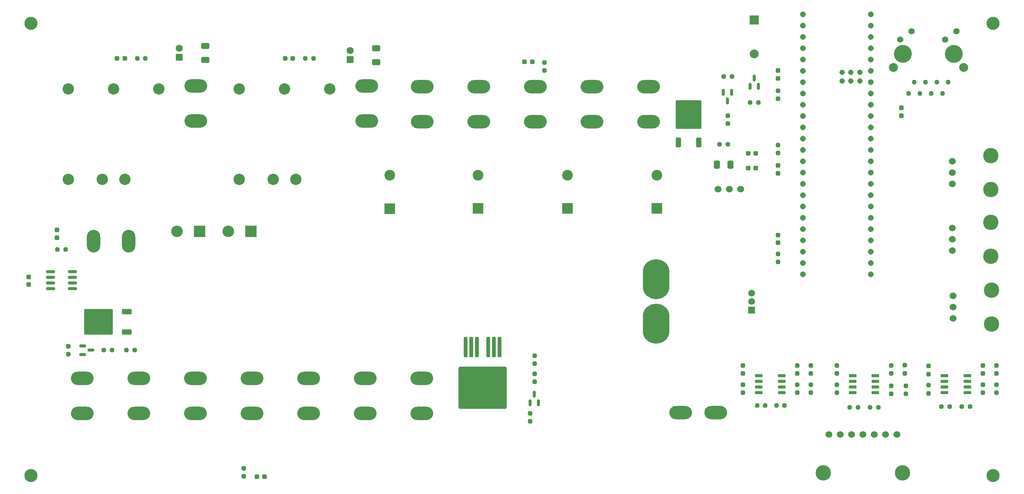
<source format=gbr>
%TF.GenerationSoftware,KiCad,Pcbnew,7.0.7*%
%TF.CreationDate,2024-03-26T21:52:30-05:00*%
%TF.ProjectId,PMS,504d532e-6b69-4636-9164-5f7063625858,rev?*%
%TF.SameCoordinates,Original*%
%TF.FileFunction,Soldermask,Top*%
%TF.FilePolarity,Negative*%
%FSLAX46Y46*%
G04 Gerber Fmt 4.6, Leading zero omitted, Abs format (unit mm)*
G04 Created by KiCad (PCBNEW 7.0.7) date 2024-03-26 21:52:30*
%MOMM*%
%LPD*%
G01*
G04 APERTURE LIST*
G04 Aperture macros list*
%AMRoundRect*
0 Rectangle with rounded corners*
0 $1 Rounding radius*
0 $2 $3 $4 $5 $6 $7 $8 $9 X,Y pos of 4 corners*
0 Add a 4 corners polygon primitive as box body*
4,1,4,$2,$3,$4,$5,$6,$7,$8,$9,$2,$3,0*
0 Add four circle primitives for the rounded corners*
1,1,$1+$1,$2,$3*
1,1,$1+$1,$4,$5*
1,1,$1+$1,$6,$7*
1,1,$1+$1,$8,$9*
0 Add four rect primitives between the rounded corners*
20,1,$1+$1,$2,$3,$4,$5,0*
20,1,$1+$1,$4,$5,$6,$7,0*
20,1,$1+$1,$6,$7,$8,$9,0*
20,1,$1+$1,$8,$9,$2,$3,0*%
%AMHorizOval*
0 Thick line with rounded ends*
0 $1 width*
0 $2 $3 position (X,Y) of the first rounded end (center of the circle)*
0 $4 $5 position (X,Y) of the second rounded end (center of the circle)*
0 Add line between two ends*
20,1,$1,$2,$3,$4,$5,0*
0 Add two circle primitives to create the rounded ends*
1,1,$1,$2,$3*
1,1,$1,$4,$5*%
G04 Aperture macros list end*
%ADD10RoundRect,0.237500X0.237500X-0.250000X0.237500X0.250000X-0.237500X0.250000X-0.237500X-0.250000X0*%
%ADD11RoundRect,0.237500X0.250000X0.237500X-0.250000X0.237500X-0.250000X-0.237500X0.250000X-0.237500X0*%
%ADD12RoundRect,0.250000X0.650000X-0.412500X0.650000X0.412500X-0.650000X0.412500X-0.650000X-0.412500X0*%
%ADD13RoundRect,0.150000X-0.587500X-0.150000X0.587500X-0.150000X0.587500X0.150000X-0.587500X0.150000X0*%
%ADD14RoundRect,0.237500X-0.237500X0.250000X-0.237500X-0.250000X0.237500X-0.250000X0.237500X0.250000X0*%
%ADD15R,2.400000X2.400000*%
%ADD16C,2.400000*%
%ADD17RoundRect,0.237500X-0.250000X-0.237500X0.250000X-0.237500X0.250000X0.237500X-0.250000X0.237500X0*%
%ADD18C,2.540000*%
%ADD19R,2.000000X2.000000*%
%ADD20C,2.000000*%
%ADD21C,2.946400*%
%ADD22R,1.500000X1.500000*%
%ADD23C,1.500000*%
%ADD24HorizOval,0.800000X0.000000X0.000000X0.000000X0.000000X0*%
%ADD25HorizOval,0.800000X0.000000X0.000000X0.000000X0.000000X0*%
%ADD26C,0.800000*%
%ADD27O,6.000000X9.000000*%
%ADD28C,1.308000*%
%ADD29C,1.208000*%
%ADD30RoundRect,0.150000X-0.725000X-0.150000X0.725000X-0.150000X0.725000X0.150000X-0.725000X0.150000X0*%
%ADD31RoundRect,0.237500X0.300000X0.237500X-0.300000X0.237500X-0.300000X-0.237500X0.300000X-0.237500X0*%
%ADD32RoundRect,0.237500X-0.237500X0.287500X-0.237500X-0.287500X0.237500X-0.287500X0.237500X0.287500X0*%
%ADD33RoundRect,0.237500X0.287500X0.237500X-0.287500X0.237500X-0.287500X-0.237500X0.287500X-0.237500X0*%
%ADD34RoundRect,0.200000X-0.200000X2.100000X-0.200000X-2.100000X0.200000X-2.100000X0.200000X2.100000X0*%
%ADD35RoundRect,0.250002X-5.149998X4.449998X-5.149998X-4.449998X5.149998X-4.449998X5.149998X4.449998X0*%
%ADD36RoundRect,0.150000X0.825000X0.150000X-0.825000X0.150000X-0.825000X-0.150000X0.825000X-0.150000X0*%
%ADD37C,1.100000*%
%ADD38C,1.400000*%
%ADD39C,4.000000*%
%ADD40RoundRect,0.237500X0.237500X-0.287500X0.237500X0.287500X-0.237500X0.287500X-0.237500X-0.287500X0*%
%ADD41RoundRect,0.250000X-0.412500X-0.650000X0.412500X-0.650000X0.412500X0.650000X-0.412500X0.650000X0*%
%ADD42RoundRect,0.237500X0.237500X-0.300000X0.237500X0.300000X-0.237500X0.300000X-0.237500X-0.300000X0*%
%ADD43C,1.524000*%
%ADD44RoundRect,0.237500X-0.287500X-0.237500X0.287500X-0.237500X0.287500X0.237500X-0.287500X0.237500X0*%
%ADD45RoundRect,0.250000X0.350000X-0.850000X0.350000X0.850000X-0.350000X0.850000X-0.350000X-0.850000X0*%
%ADD46RoundRect,0.249997X2.650003X-2.950003X2.650003X2.950003X-2.650003X2.950003X-2.650003X-2.950003X0*%
%ADD47C,3.450000*%
%ADD48RoundRect,0.150000X0.150000X-0.587500X0.150000X0.587500X-0.150000X0.587500X-0.150000X-0.587500X0*%
%ADD49R,1.600000X1.600000*%
%ADD50C,1.600000*%
%ADD51RoundRect,0.250000X0.850000X0.350000X-0.850000X0.350000X-0.850000X-0.350000X0.850000X-0.350000X0*%
%ADD52RoundRect,0.249997X2.950003X2.650003X-2.950003X2.650003X-2.950003X-2.650003X2.950003X-2.650003X0*%
%ADD53R,2.600000X2.600000*%
%ADD54O,2.600000X2.600000*%
%ADD55RoundRect,0.150000X-0.150000X0.587500X-0.150000X-0.587500X0.150000X-0.587500X0.150000X0.587500X0*%
%ADD56O,5.100000X3.000000*%
%ADD57O,3.000000X5.100000*%
G04 APERTURE END LIST*
D10*
%TO.C,R34*%
X252730000Y-168298500D03*
X252730000Y-166473500D03*
%TD*%
D11*
%TO.C,R40*%
X278026500Y-175768000D03*
X276201500Y-175768000D03*
%TD*%
D10*
%TO.C,R6*%
X228242500Y-112164500D03*
X228242500Y-110339500D03*
%TD*%
%TO.C,R38*%
X285531000Y-168298500D03*
X285531000Y-166473500D03*
%TD*%
%TO.C,R42*%
X273339000Y-168425500D03*
X273339000Y-166600500D03*
%TD*%
D12*
%TO.C,C9*%
X149352000Y-98336500D03*
X149352000Y-95211500D03*
%TD*%
D13*
%TO.C,Q3*%
X83469000Y-162118000D03*
X83469000Y-164018000D03*
X85344000Y-163068000D03*
%TD*%
D14*
%TO.C,R2*%
X239522000Y-104751500D03*
X239522000Y-106576500D03*
%TD*%
D15*
%TO.C,C11*%
X192278000Y-131231509D03*
D16*
X192278000Y-123731509D03*
%TD*%
D17*
%TO.C,R11*%
X133453500Y-97536000D03*
X135278500Y-97536000D03*
%TD*%
D10*
%TO.C,R13*%
X119634000Y-191412500D03*
X119634000Y-189587500D03*
%TD*%
D18*
%TO.C,U7*%
X118618000Y-124714000D03*
X126238000Y-124714000D03*
X131318000Y-124714000D03*
X138938000Y-104394000D03*
X128778000Y-104394000D03*
X118618000Y-104394000D03*
%TD*%
D12*
%TO.C,C7*%
X110998000Y-97828500D03*
X110998000Y-94703500D03*
%TD*%
D19*
%TO.C,BZ1*%
X234188000Y-88910000D03*
D20*
X234188000Y-96510000D03*
%TD*%
D14*
%TO.C,R16*%
X239522000Y-141431000D03*
X239522000Y-143256000D03*
%TD*%
D21*
%TO.C,V2*%
X71882000Y-191262000D03*
%TD*%
D22*
%TO.C,U3*%
X233567000Y-154046000D03*
D23*
X233567000Y-152136000D03*
X233567000Y-150226000D03*
D24*
X211537000Y-151086000D03*
D25*
X212797000Y-151086000D03*
D26*
X210507000Y-150336000D03*
X213827000Y-150336000D03*
X210117000Y-149136000D03*
X214217000Y-149136000D03*
X210117000Y-147806000D03*
X214217000Y-147806000D03*
D27*
X212167000Y-147136000D03*
D26*
X210117000Y-146466000D03*
X214217000Y-146466000D03*
X210117000Y-145136000D03*
X214217000Y-145136000D03*
X210507000Y-143936000D03*
X213827000Y-143936000D03*
X211537000Y-143186000D03*
X212797000Y-143186000D03*
X211537000Y-161086000D03*
X212797000Y-161086000D03*
X210507000Y-160336000D03*
X213827000Y-160336000D03*
X210117000Y-159136000D03*
X214217000Y-159136000D03*
X210117000Y-157806000D03*
X214217000Y-157806000D03*
D27*
X212167000Y-157136000D03*
D26*
X210117000Y-156466000D03*
X214217000Y-156466000D03*
X210117000Y-155136000D03*
X214217000Y-155136000D03*
X210507000Y-153936000D03*
X213827000Y-153936000D03*
D25*
X211537000Y-153186000D03*
D24*
X212797000Y-153186000D03*
%TD*%
D28*
%TO.C,U1*%
X245110000Y-90170000D03*
X245110000Y-92710000D03*
X245110000Y-95250000D03*
X245110000Y-97790000D03*
X245110000Y-123190000D03*
X260350000Y-92710000D03*
X245110000Y-100330000D03*
X245110000Y-102870000D03*
X245110000Y-105410000D03*
X245110000Y-107950000D03*
X245110000Y-110490000D03*
X245110000Y-113030000D03*
X245110000Y-115570000D03*
X245110000Y-118110000D03*
X245110000Y-120650000D03*
X260350000Y-120650000D03*
X260350000Y-118110000D03*
X260350000Y-115570000D03*
X260350000Y-113030000D03*
X260350000Y-110490000D03*
X260350000Y-107950000D03*
X260350000Y-105410000D03*
X260350000Y-102870000D03*
X260350000Y-100330000D03*
X260350000Y-97790000D03*
X260350000Y-95250000D03*
X245110000Y-125730000D03*
X245110000Y-128270000D03*
X245110000Y-130810000D03*
X245110000Y-133350000D03*
X245110000Y-135890000D03*
X245110000Y-138430000D03*
X245110000Y-140970000D03*
X245110000Y-143510000D03*
X245110000Y-146050000D03*
X260350000Y-146050000D03*
X260350000Y-143510000D03*
X260350000Y-140970000D03*
X260350000Y-138430000D03*
X260350000Y-135890000D03*
X260350000Y-133350000D03*
X260350000Y-130810000D03*
X260350000Y-128270000D03*
X260350000Y-125730000D03*
X245110000Y-87630000D03*
X260350000Y-123190000D03*
X260350000Y-90170000D03*
D29*
X255900000Y-102600000D03*
X255900000Y-100600000D03*
X257900000Y-100600000D03*
X257900000Y-102600000D03*
X253900000Y-102600000D03*
X253900000Y-100600000D03*
D28*
X260350000Y-87630000D03*
%TD*%
D30*
%TO.C,U6*%
X235204000Y-168783000D03*
X235204000Y-170053000D03*
X235204000Y-171323000D03*
X235204000Y-172593000D03*
X240354000Y-172593000D03*
X240354000Y-171323000D03*
X240354000Y-170053000D03*
X240354000Y-168783000D03*
%TD*%
D31*
%TO.C,C3*%
X234542500Y-118872000D03*
X232817500Y-118872000D03*
%TD*%
D11*
%TO.C,R24*%
X236659500Y-175514000D03*
X234834500Y-175514000D03*
%TD*%
D32*
%TO.C,D1*%
X239522000Y-100217000D03*
X239522000Y-101967000D03*
%TD*%
D33*
%TO.C,D5*%
X124319000Y-191516000D03*
X122569000Y-191516000D03*
%TD*%
D34*
%TO.C,Q7*%
X177038000Y-162373000D03*
X175768000Y-162373000D03*
X174498000Y-162373000D03*
D35*
X173228000Y-171523000D03*
D34*
X171958000Y-162373000D03*
X170688000Y-162373000D03*
X169418000Y-162373000D03*
%TD*%
D10*
%TO.C,R23*%
X231648000Y-172616500D03*
X231648000Y-170791500D03*
%TD*%
D11*
%TO.C,R7*%
X95146500Y-163068000D03*
X93321500Y-163068000D03*
%TD*%
D30*
%TO.C,U8*%
X256251000Y-168783000D03*
X256251000Y-170053000D03*
X256251000Y-171323000D03*
X256251000Y-172593000D03*
X261401000Y-172593000D03*
X261401000Y-171323000D03*
X261401000Y-170053000D03*
X261401000Y-168783000D03*
%TD*%
D36*
%TO.C,U4*%
X81215000Y-149225000D03*
X81215000Y-147955000D03*
X81215000Y-146685000D03*
X81215000Y-145415000D03*
X76265000Y-145415000D03*
X76265000Y-146685000D03*
X76265000Y-147955000D03*
X76265000Y-149225000D03*
%TD*%
D14*
%TO.C,R15*%
X187085000Y-98401500D03*
X187085000Y-100226500D03*
%TD*%
%TO.C,R19*%
X243840000Y-170791500D03*
X243840000Y-172616500D03*
%TD*%
D10*
%TO.C,R35*%
X285496000Y-172616500D03*
X285496000Y-170791500D03*
%TD*%
D14*
%TO.C,R37*%
X288544000Y-166473500D03*
X288544000Y-168298500D03*
%TD*%
D37*
%TO.C,J1*%
X277724000Y-102870000D03*
X276454000Y-105410000D03*
X275184000Y-102870000D03*
X273914000Y-105410000D03*
X272644000Y-102870000D03*
X271374000Y-105410000D03*
X270104000Y-102870000D03*
X268834000Y-105410000D03*
D38*
X279604000Y-91440000D03*
X277064000Y-93230000D03*
X269494000Y-91440000D03*
X266954000Y-93230000D03*
D39*
X278994000Y-96520000D03*
X267564000Y-96520000D03*
D20*
X281154000Y-99570000D03*
X265404000Y-99570000D03*
%TD*%
D14*
%TO.C,R29*%
X268005000Y-166450000D03*
X268005000Y-168275000D03*
%TD*%
D40*
%TO.C,D2*%
X239522000Y-123303000D03*
X239522000Y-121553000D03*
%TD*%
D41*
%TO.C,C2*%
X225767500Y-121412000D03*
X228892500Y-121412000D03*
%TD*%
D14*
%TO.C,R18*%
X184912000Y-168355000D03*
X184912000Y-170180000D03*
%TD*%
D42*
%TO.C,C4*%
X71374000Y-148336000D03*
X71374000Y-146611000D03*
%TD*%
D17*
%TO.C,R5*%
X226417500Y-116840000D03*
X228242500Y-116840000D03*
%TD*%
D11*
%TO.C,R4*%
X229155000Y-101600000D03*
X227330000Y-101600000D03*
%TD*%
D43*
%TO.C,U2*%
X226060000Y-126873000D03*
X228600000Y-126873000D03*
X231140000Y-126873000D03*
%TD*%
D44*
%TO.C,D7*%
X182654000Y-98298000D03*
X184404000Y-98298000D03*
%TD*%
D45*
%TO.C,Q4*%
X217170000Y-116385000D03*
D46*
X219450000Y-110085000D03*
D45*
X221730000Y-116385000D03*
%TD*%
D47*
%TO.C,Conn17*%
X287401000Y-149606000D03*
X287401000Y-157226000D03*
D43*
X278765000Y-150876000D03*
X278765000Y-153416000D03*
X278765000Y-155956000D03*
%TD*%
D17*
%TO.C,R14*%
X77827500Y-140462000D03*
X79652500Y-140462000D03*
%TD*%
D11*
%TO.C,R8*%
X90066500Y-163068000D03*
X88241500Y-163068000D03*
%TD*%
D48*
%TO.C,Q6*%
X183896000Y-174855500D03*
X185796000Y-174855500D03*
X184846000Y-172980500D03*
%TD*%
D44*
%TO.C,D4*%
X91186000Y-97536000D03*
X92936000Y-97536000D03*
%TD*%
D17*
%TO.C,R12*%
X95720500Y-97536000D03*
X97545500Y-97536000D03*
%TD*%
D49*
%TO.C,C6*%
X105156000Y-97250000D03*
D50*
X105156000Y-95250000D03*
%TD*%
D10*
%TO.C,R26*%
X231648000Y-168298500D03*
X231648000Y-166473500D03*
%TD*%
D42*
%TO.C,C1*%
X267183000Y-110336500D03*
X267183000Y-108611500D03*
%TD*%
D10*
%TO.C,R28*%
X268224000Y-172870500D03*
X268224000Y-171045500D03*
%TD*%
D31*
%TO.C,C5*%
X234542500Y-122174000D03*
X232817500Y-122174000D03*
%TD*%
D11*
%TO.C,R33*%
X262024500Y-175895000D03*
X260199500Y-175895000D03*
%TD*%
%TO.C,R41*%
X282598500Y-175768000D03*
X280773500Y-175768000D03*
%TD*%
D10*
%TO.C,R31*%
X252730000Y-172616500D03*
X252730000Y-170791500D03*
%TD*%
D30*
%TO.C,U9*%
X276860000Y-168783000D03*
X276860000Y-170053000D03*
X276860000Y-171323000D03*
X276860000Y-172593000D03*
X282010000Y-172593000D03*
X282010000Y-171323000D03*
X282010000Y-170053000D03*
X282010000Y-168783000D03*
%TD*%
D44*
%TO.C,D3*%
X128919000Y-97536000D03*
X130669000Y-97536000D03*
%TD*%
D21*
%TO.C,V4*%
X71882000Y-89662000D03*
%TD*%
D11*
%TO.C,R32*%
X257452500Y-175895000D03*
X255627500Y-175895000D03*
%TD*%
D10*
%TO.C,R39*%
X273339000Y-172743500D03*
X273339000Y-170918500D03*
%TD*%
D15*
%TO.C,C10*%
X172212000Y-131231509D03*
D16*
X172212000Y-123731509D03*
%TD*%
D51*
%TO.C,Q5*%
X93354000Y-158998000D03*
D52*
X87054000Y-156718000D03*
D51*
X93354000Y-154438000D03*
%TD*%
D14*
%TO.C,R21*%
X246923000Y-166473500D03*
X246923000Y-168298500D03*
%TD*%
D10*
%TO.C,R10*%
X239522000Y-118768500D03*
X239522000Y-116943500D03*
%TD*%
D15*
%TO.C,C12*%
X152400000Y-131274755D03*
D16*
X152400000Y-123774755D03*
%TD*%
D15*
%TO.C,C13*%
X212344000Y-131231509D03*
D16*
X212344000Y-123731509D03*
%TD*%
D53*
%TO.C,D10*%
X121265000Y-136398000D03*
D54*
X116185000Y-136398000D03*
%TD*%
D14*
%TO.C,R17*%
X184912000Y-164291000D03*
X184912000Y-166116000D03*
%TD*%
D10*
%TO.C,R22*%
X243840000Y-168298500D03*
X243840000Y-166473500D03*
%TD*%
D21*
%TO.C,V1*%
X287782000Y-191262000D03*
%TD*%
D32*
%TO.C,D6*%
X77724000Y-136031000D03*
X77724000Y-137781000D03*
%TD*%
D49*
%TO.C,C8*%
X143510000Y-97729113D03*
D50*
X143510000Y-95729113D03*
%TD*%
D11*
%TO.C,R25*%
X240977500Y-175514000D03*
X239152500Y-175514000D03*
%TD*%
D32*
%TO.C,D8*%
X239532000Y-137195500D03*
X239532000Y-138945500D03*
%TD*%
D21*
%TO.C,V3*%
X287782000Y-89662000D03*
%TD*%
D14*
%TO.C,R3*%
X80264000Y-162155500D03*
X80264000Y-163980500D03*
%TD*%
D48*
%TO.C,Q1*%
X233238000Y-103807500D03*
X235138000Y-103807500D03*
X234188000Y-101932500D03*
%TD*%
D14*
%TO.C,R9*%
X183896000Y-177245000D03*
X183896000Y-179070000D03*
%TD*%
D18*
%TO.C,U5*%
X80264000Y-124714000D03*
X87884000Y-124714000D03*
X92964000Y-124714000D03*
X100584000Y-104394000D03*
X90424000Y-104394000D03*
X80264000Y-104394000D03*
%TD*%
D10*
%TO.C,R30*%
X264922000Y-168298500D03*
X264922000Y-166473500D03*
%TD*%
D55*
%TO.C,Q2*%
X229126500Y-105156000D03*
X227226500Y-105156000D03*
X228176500Y-107031000D03*
%TD*%
D10*
%TO.C,R36*%
X288544000Y-172616500D03*
X288544000Y-170791500D03*
%TD*%
D47*
%TO.C,Conn19*%
X287274000Y-119380000D03*
X287274000Y-127000000D03*
D43*
X278638000Y-120650000D03*
X278638000Y-123190000D03*
X278638000Y-125730000D03*
%TD*%
D14*
%TO.C,R20*%
X246923000Y-170791500D03*
X246923000Y-172616500D03*
%TD*%
D53*
%TO.C,D9*%
X109728000Y-136398000D03*
D54*
X104648000Y-136398000D03*
%TD*%
D17*
%TO.C,R1*%
X233275500Y-107442000D03*
X235100500Y-107442000D03*
%TD*%
D47*
%TO.C,Conn18*%
X287274000Y-134366000D03*
X287274000Y-141986000D03*
D43*
X278638000Y-135636000D03*
X278638000Y-138176000D03*
X278638000Y-140716000D03*
%TD*%
D47*
%TO.C,Conn20*%
X267462000Y-190627000D03*
X249682000Y-190627000D03*
D43*
X266192000Y-181991000D03*
X263652000Y-181991000D03*
X261112000Y-181991000D03*
X258572000Y-181991000D03*
X256032000Y-181991000D03*
X253492000Y-181991000D03*
X250952000Y-181991000D03*
%TD*%
D10*
%TO.C,R27*%
X264922000Y-172870500D03*
X264922000Y-171045500D03*
%TD*%
D56*
%TO.C,Conn9*%
X147205700Y-111555500D03*
X147205700Y-103681500D03*
%TD*%
%TO.C,Conn1*%
X159626300Y-169368500D03*
X159626300Y-177242500D03*
%TD*%
%TO.C,Conn2*%
X146926300Y-169368500D03*
X146926300Y-177242500D03*
%TD*%
%TO.C,Conn13*%
X185051700Y-111714000D03*
X185051700Y-103840000D03*
%TD*%
%TO.C,Conn4*%
X121526300Y-169368500D03*
X121526300Y-177242500D03*
%TD*%
%TO.C,Conn12*%
X172351700Y-111714000D03*
X172351700Y-103840000D03*
%TD*%
%TO.C,Conn16*%
X225552000Y-177102800D03*
X217678000Y-177102800D03*
%TD*%
%TO.C,Conn6*%
X83426300Y-169368500D03*
X83426300Y-177242500D03*
%TD*%
%TO.C,Conn15*%
X210451700Y-111714000D03*
X210451700Y-103840000D03*
%TD*%
%TO.C,Conn5*%
X108826300Y-169368500D03*
X108826300Y-177242500D03*
%TD*%
D57*
%TO.C,Conn8*%
X93775500Y-138544300D03*
X85901500Y-138544300D03*
%TD*%
D56*
%TO.C,Conn3*%
X134226300Y-169368500D03*
X134226300Y-177242500D03*
%TD*%
%TO.C,Conn7*%
X96126300Y-169368500D03*
X96126300Y-177242500D03*
%TD*%
%TO.C,Conn14*%
X197751700Y-111714000D03*
X197751700Y-103840000D03*
%TD*%
%TO.C,Conn11*%
X159651700Y-111714000D03*
X159651700Y-103840000D03*
%TD*%
%TO.C,Conn10*%
X108851700Y-111555500D03*
X108851700Y-103681500D03*
%TD*%
M02*

</source>
